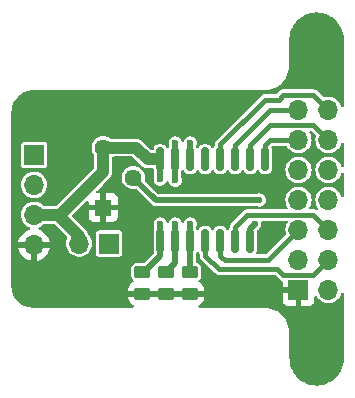
<source format=gbr>
%TF.GenerationSoftware,KiCad,Pcbnew,8.0.6+1*%
%TF.CreationDate,2024-12-08T19:19:34+01:00*%
%TF.ProjectId,8x2 backpack,38783220-6261-4636-9b70-61636b2e6b69,rev?*%
%TF.SameCoordinates,Original*%
%TF.FileFunction,Copper,L1,Top*%
%TF.FilePolarity,Positive*%
%FSLAX46Y46*%
G04 Gerber Fmt 4.6, Leading zero omitted, Abs format (unit mm)*
G04 Created by KiCad (PCBNEW 8.0.6+1) date 2024-12-08 19:19:34*
%MOMM*%
%LPD*%
G01*
G04 APERTURE LIST*
G04 Aperture macros list*
%AMRoundRect*
0 Rectangle with rounded corners*
0 $1 Rounding radius*
0 $2 $3 $4 $5 $6 $7 $8 $9 X,Y pos of 4 corners*
0 Add a 4 corners polygon primitive as box body*
4,1,4,$2,$3,$4,$5,$6,$7,$8,$9,$2,$3,0*
0 Add four circle primitives for the rounded corners*
1,1,$1+$1,$2,$3*
1,1,$1+$1,$4,$5*
1,1,$1+$1,$6,$7*
1,1,$1+$1,$8,$9*
0 Add four rect primitives between the rounded corners*
20,1,$1+$1,$2,$3,$4,$5,0*
20,1,$1+$1,$4,$5,$6,$7,0*
20,1,$1+$1,$6,$7,$8,$9,0*
20,1,$1+$1,$8,$9,$2,$3,0*%
G04 Aperture macros list end*
%TA.AperFunction,ComponentPad*%
%ADD10R,1.700000X1.700000*%
%TD*%
%TA.AperFunction,ComponentPad*%
%ADD11O,1.700000X1.700000*%
%TD*%
%TA.AperFunction,ComponentPad*%
%ADD12O,4.500000X4.500000*%
%TD*%
%TA.AperFunction,SMDPad,CuDef*%
%ADD13RoundRect,0.250000X0.450000X-0.262500X0.450000X0.262500X-0.450000X0.262500X-0.450000X-0.262500X0*%
%TD*%
%TA.AperFunction,ComponentPad*%
%ADD14R,1.440000X1.440000*%
%TD*%
%TA.AperFunction,ComponentPad*%
%ADD15C,1.440000*%
%TD*%
%TA.AperFunction,SMDPad,CuDef*%
%ADD16RoundRect,0.150000X0.150000X-0.837500X0.150000X0.837500X-0.150000X0.837500X-0.150000X-0.837500X0*%
%TD*%
%TA.AperFunction,ViaPad*%
%ADD17C,0.600000*%
%TD*%
%TA.AperFunction,Conductor*%
%ADD18C,0.500000*%
%TD*%
%TA.AperFunction,Conductor*%
%ADD19C,1.000000*%
%TD*%
%TA.AperFunction,Conductor*%
%ADD20C,0.440000*%
%TD*%
%TA.AperFunction,Conductor*%
%ADD21C,0.350000*%
%TD*%
G04 APERTURE END LIST*
D10*
%TO.P,J3,1,Pin_1*%
%TO.N,Net-(J3-Pin_1)*%
X42608500Y-53086000D03*
D11*
%TO.P,J3,2,Pin_2*%
%TO.N,+5V*%
X40068500Y-53086000D03*
%TD*%
D12*
%TO.P,,2,Pin_2*%
%TO.N,GND*%
X60134500Y-62774000D03*
%TD*%
%TO.P,,2,Pin_2*%
%TO.N,GND*%
X60174500Y-35814000D03*
%TD*%
D13*
%TO.P,A1,1*%
%TO.N,GND*%
X47434500Y-57324000D03*
%TO.P,A1,2*%
%TO.N,Net-(U1-A1)*%
X47434500Y-55499000D03*
%TD*%
D14*
%TO.P,RV1,1,1*%
%TO.N,GND*%
X42100500Y-50038000D03*
D15*
%TO.P,RV1,2,2*%
%TO.N,LCD_3(VO)*%
X44640500Y-47498000D03*
%TO.P,RV1,3,3*%
%TO.N,+5V*%
X42100500Y-44958000D03*
%TD*%
D13*
%TO.P,A0,1*%
%TO.N,GND*%
X45402500Y-57324000D03*
%TO.P,A0,2*%
%TO.N,Net-(U1-A0)*%
X45402500Y-55499000D03*
%TD*%
D10*
%TO.P,J2,1,Pin_1*%
%TO.N,SCL*%
X36258500Y-45584000D03*
D11*
%TO.P,J2,2,Pin_2*%
%TO.N,SDA*%
X36258500Y-48124000D03*
%TO.P,J2,3,Pin_3*%
%TO.N,+5V*%
X36258500Y-50664000D03*
%TO.P,J2,4,Pin_4*%
%TO.N,GND*%
X36258500Y-53204000D03*
%TD*%
D13*
%TO.P,A2,1*%
%TO.N,GND*%
X49466500Y-57324000D03*
%TO.P,A2,2*%
%TO.N,Net-(U1-A2)*%
X49466500Y-55499000D03*
%TD*%
D16*
%TO.P,U1,1,A0*%
%TO.N,Net-(U1-A0)*%
X46926500Y-52856500D03*
%TO.P,U1,2,A1*%
%TO.N,Net-(U1-A1)*%
X48196500Y-52856500D03*
%TO.P,U1,3,A2*%
%TO.N,Net-(U1-A2)*%
X49466500Y-52856500D03*
%TO.P,U1,4,P0*%
%TO.N,LCD_4(RS)*%
X50736500Y-52856500D03*
%TO.P,U1,5,P1*%
%TO.N,LCD_5(RW)*%
X52006500Y-52856500D03*
%TO.P,U1,6,P2*%
%TO.N,LCD_6(CS)*%
X53276500Y-52856500D03*
%TO.P,U1,7,P3*%
%TO.N,Net-(Q1-B)*%
X54546500Y-52856500D03*
%TO.P,U1,8,VSS*%
%TO.N,GND*%
X55816500Y-52856500D03*
%TO.P,U1,9,P4*%
%TO.N,LCD_11(DB4)*%
X55816500Y-45931500D03*
%TO.P,U1,10,P5*%
%TO.N,LCD_12(DB5)*%
X54546500Y-45931500D03*
%TO.P,U1,11,P6*%
%TO.N,LCD_13(DB6)*%
X53276500Y-45931500D03*
%TO.P,U1,12,P7*%
%TO.N,LCD_14(D7)*%
X52006500Y-45931500D03*
%TO.P,U1,13,~{INT}*%
%TO.N,unconnected-(U1-~{INT}-Pad13)*%
X50736500Y-45931500D03*
%TO.P,U1,14,SCL*%
%TO.N,SCL*%
X49466500Y-45931500D03*
%TO.P,U1,15,SDA*%
%TO.N,SDA*%
X48196500Y-45931500D03*
%TO.P,U1,16,VDD*%
%TO.N,+5V*%
X46926500Y-45931500D03*
%TD*%
D10*
%TO.P,J1,1,Pin_1*%
%TO.N,GND*%
X58634500Y-57014000D03*
D11*
%TO.P,J1,2,Pin_2*%
%TO.N,+5V*%
X61174500Y-57014000D03*
%TO.P,J1,3,Pin_3*%
%TO.N,LCD_3(VO)*%
X58634500Y-54474000D03*
%TO.P,J1,4,Pin_4*%
%TO.N,LCD_4(RS)*%
X61174500Y-54474000D03*
%TO.P,J1,5,Pin_5*%
%TO.N,LCD_5(RW)*%
X58634500Y-51934000D03*
%TO.P,J1,6,Pin_6*%
%TO.N,LCD_6(CS)*%
X61174500Y-51934000D03*
%TO.P,J1,7,Pin_7*%
%TO.N,unconnected-(J1-Pin_7-Pad7)*%
X58634500Y-49394000D03*
%TO.P,J1,8,Pin_8*%
%TO.N,unconnected-(J1-Pin_8-Pad8)*%
X61174500Y-49394000D03*
%TO.P,J1,9,Pin_9*%
%TO.N,unconnected-(J1-Pin_9-Pad9)*%
X58634500Y-46854000D03*
%TO.P,J1,10,Pin_10*%
%TO.N,unconnected-(J1-Pin_10-Pad10)*%
X61174500Y-46854000D03*
%TO.P,J1,11,Pin_11*%
%TO.N,LCD_11(DB4)*%
X58634500Y-44314000D03*
%TO.P,J1,12,Pin_12*%
%TO.N,LCD_12(DB5)*%
X61174500Y-44314000D03*
%TO.P,J1,13,Pin_13*%
%TO.N,LCD_13(DB6)*%
X58634500Y-41774000D03*
%TO.P,J1,14,Pin_14*%
%TO.N,LCD_14(D7)*%
X61174500Y-41774000D03*
%TD*%
D17*
%TO.N,GND*%
X55816500Y-51435000D03*
X58610500Y-39116000D03*
X53784500Y-58166000D03*
X44386500Y-50292000D03*
X40322500Y-57912000D03*
X62166500Y-59690000D03*
X55562500Y-48006000D03*
X53276500Y-40894000D03*
X44569887Y-54590737D03*
X36500000Y-41500000D03*
%TO.N,+5V*%
X46926500Y-47625000D03*
%TO.N,LCD_3(VO)*%
X55308500Y-49403000D03*
%TO.N,SCL*%
X49466500Y-44577000D03*
%TO.N,SDA*%
X48196500Y-47730462D03*
X48196500Y-44577000D03*
%TO.N,Net-(Q1-B)*%
X54927500Y-51435000D03*
%TO.N,Net-(U1-A0)*%
X46926500Y-51435000D03*
%TO.N,Net-(U1-A1)*%
X48196500Y-51435000D03*
%TO.N,Net-(U1-A2)*%
X49466500Y-51435000D03*
%TD*%
D18*
%TO.N,GND*%
X55816500Y-52856500D02*
X55816500Y-51435000D01*
D19*
%TO.N,+5V*%
X44894500Y-44958000D02*
X42100500Y-44958000D01*
X36258500Y-50664000D02*
X37646500Y-50664000D01*
X42100500Y-46990000D02*
X38426500Y-50664000D01*
X46672500Y-45931500D02*
X45868000Y-45931500D01*
X42100500Y-44958000D02*
X42100500Y-46990000D01*
X45868000Y-45931500D02*
X44894500Y-44958000D01*
D18*
X46926500Y-47625000D02*
X46926500Y-45931500D01*
D19*
X40068500Y-52451000D02*
X40068500Y-53086000D01*
X38281500Y-50664000D02*
X40068500Y-52451000D01*
X37646500Y-50664000D02*
X38281500Y-50664000D01*
X38426500Y-50664000D02*
X37646500Y-50664000D01*
D18*
%TO.N,LCD_3(VO)*%
X55308500Y-49403000D02*
X46545500Y-49403000D01*
X46545500Y-49403000D02*
X44640500Y-47498000D01*
D20*
%TO.N,LCD_4(RS)*%
X50736500Y-52856500D02*
X50736500Y-54102000D01*
X59904500Y-55744000D02*
X61174500Y-54474000D01*
X50736500Y-54102000D02*
X51879500Y-55245000D01*
X57331500Y-55744000D02*
X59904500Y-55744000D01*
X56832500Y-55245000D02*
X57331500Y-55744000D01*
X51879500Y-55245000D02*
X56832500Y-55245000D01*
%TO.N,LCD_5(RW)*%
X56085500Y-54483000D02*
X58634500Y-51934000D01*
X52387500Y-54483000D02*
X56085500Y-54483000D01*
X52006500Y-54102000D02*
X52387500Y-54483000D01*
D21*
X58126500Y-51934000D02*
X58634500Y-51934000D01*
D20*
X52006500Y-52856500D02*
X52006500Y-54102000D01*
%TO.N,LCD_6(CS)*%
X59904500Y-50664000D02*
X61174500Y-51934000D01*
X53276500Y-51689000D02*
X54301500Y-50664000D01*
X54301500Y-50664000D02*
X59904500Y-50664000D01*
X53276500Y-52856500D02*
X53276500Y-51689000D01*
%TO.N,LCD_11(DB4)*%
X56206500Y-44314000D02*
X58634500Y-44314000D01*
X55816500Y-45931500D02*
X55816500Y-44704000D01*
X55816500Y-44704000D02*
X56206500Y-44314000D01*
%TO.N,LCD_12(DB5)*%
X54546500Y-45931500D02*
X54546500Y-44704000D01*
X54546500Y-44704000D02*
X56206500Y-43044000D01*
X59904500Y-43044000D02*
X61174500Y-44314000D01*
X56206500Y-43044000D02*
X59904500Y-43044000D01*
D21*
X61174500Y-44060000D02*
X61174500Y-44314000D01*
D20*
%TO.N,LCD_13(DB6)*%
X56206500Y-41774000D02*
X58634500Y-41774000D01*
X53276500Y-44704000D02*
X56206500Y-41774000D01*
X53276500Y-45931500D02*
X53276500Y-44704000D01*
%TO.N,LCD_14(D7)*%
X57349500Y-40504000D02*
X56959500Y-40894000D01*
X59904500Y-40504000D02*
X57349500Y-40504000D01*
X55809500Y-40894000D02*
X52006500Y-44697000D01*
X56959500Y-40894000D02*
X55809500Y-40894000D01*
X61174500Y-41774000D02*
X59904500Y-40504000D01*
X52006500Y-44697000D02*
X52006500Y-45931500D01*
D18*
%TO.N,SCL*%
X49466500Y-45931500D02*
X49466500Y-44577000D01*
%TO.N,SDA*%
X48196500Y-45931500D02*
X48196500Y-44577000D01*
X48196500Y-47730462D02*
X48196500Y-45931500D01*
%TO.N,Net-(Q1-B)*%
X54927500Y-51435000D02*
X54546500Y-51816000D01*
X54546500Y-51816000D02*
X54546500Y-52856500D01*
%TO.N,Net-(U1-A0)*%
X45529500Y-55499000D02*
X45402500Y-55499000D01*
X46926500Y-52856500D02*
X46926500Y-54102000D01*
X46926500Y-52856500D02*
X46926500Y-51435000D01*
X46926500Y-54102000D02*
X45529500Y-55499000D01*
%TO.N,Net-(U1-A1)*%
X48196500Y-54737000D02*
X47434500Y-55499000D01*
X48196500Y-52856500D02*
X48196500Y-54737000D01*
X48196500Y-52856500D02*
X48196500Y-51435000D01*
%TO.N,Net-(U1-A2)*%
X49466500Y-52856500D02*
X49466500Y-51435000D01*
X49466500Y-52856500D02*
X49466500Y-55499000D01*
%TD*%
%TA.AperFunction,Conductor*%
%TO.N,GND*%
G36*
X60444190Y-33530813D02*
G01*
X60459051Y-33532617D01*
X60717438Y-33579968D01*
X60731963Y-33583549D01*
X60982751Y-33661698D01*
X60996742Y-33667003D01*
X61236298Y-33774818D01*
X61249544Y-33781771D01*
X61474352Y-33917672D01*
X61486663Y-33926170D01*
X61693449Y-34088176D01*
X61704657Y-34098106D01*
X61890393Y-34283842D01*
X61900323Y-34295050D01*
X62062325Y-34501830D01*
X62070829Y-34514150D01*
X62102330Y-34566259D01*
X62206725Y-34738949D01*
X62213684Y-34752208D01*
X62321494Y-34991752D01*
X62326803Y-35005753D01*
X62404948Y-35256529D01*
X62408532Y-35271068D01*
X62455881Y-35529447D01*
X62457686Y-35544311D01*
X62473774Y-35810263D01*
X62474000Y-35817750D01*
X62474000Y-41416354D01*
X62454315Y-41483393D01*
X62401511Y-41529148D01*
X62332353Y-41539092D01*
X62268797Y-41510067D01*
X62231023Y-41451289D01*
X62230734Y-41450288D01*
X62208830Y-41373303D01*
X62208827Y-41373297D01*
X62151489Y-41258148D01*
X62117588Y-41190065D01*
X61994232Y-41026715D01*
X61994230Y-41026712D01*
X61842962Y-40888814D01*
X61842960Y-40888812D01*
X61668930Y-40781057D01*
X61668924Y-40781054D01*
X61518493Y-40722777D01*
X61478056Y-40707112D01*
X61276847Y-40669500D01*
X61072153Y-40669500D01*
X60871447Y-40707018D01*
X60870928Y-40707115D01*
X60869165Y-40707617D01*
X60868286Y-40707609D01*
X60865309Y-40708166D01*
X60865200Y-40707583D01*
X60799298Y-40707018D01*
X60747570Y-40676026D01*
X60195851Y-40124307D01*
X60195846Y-40124303D01*
X60087652Y-40061838D01*
X60087651Y-40061837D01*
X60047423Y-40051058D01*
X59966969Y-40029500D01*
X57411968Y-40029500D01*
X57287031Y-40029500D01*
X57226690Y-40045668D01*
X57166348Y-40061837D01*
X57166347Y-40061838D01*
X57058153Y-40124303D01*
X57058148Y-40124307D01*
X56799275Y-40383181D01*
X56737952Y-40416666D01*
X56711594Y-40419500D01*
X55871969Y-40419500D01*
X55747031Y-40419500D01*
X55686690Y-40435668D01*
X55626348Y-40451837D01*
X55626347Y-40451838D01*
X55518153Y-40514303D01*
X55518148Y-40514307D01*
X51626807Y-44405648D01*
X51626803Y-44405653D01*
X51564338Y-44513847D01*
X51564337Y-44513848D01*
X51532000Y-44634532D01*
X51532000Y-44810110D01*
X51518485Y-44866404D01*
X51488488Y-44925278D01*
X51481985Y-44938040D01*
X51434010Y-44988836D01*
X51366189Y-45005631D01*
X51300054Y-44983094D01*
X51261016Y-44938041D01*
X51248212Y-44912912D01*
X51217826Y-44853277D01*
X51217823Y-44853274D01*
X51217821Y-44853271D01*
X51127228Y-44762678D01*
X51127225Y-44762676D01*
X51127223Y-44762674D01*
X51013055Y-44704502D01*
X51013054Y-44704501D01*
X51013051Y-44704500D01*
X51013052Y-44704500D01*
X50918339Y-44689500D01*
X50918334Y-44689500D01*
X50554666Y-44689500D01*
X50554661Y-44689500D01*
X50459947Y-44704500D01*
X50383833Y-44743283D01*
X50345777Y-44762674D01*
X50345776Y-44762675D01*
X50345771Y-44762678D01*
X50255178Y-44853271D01*
X50255173Y-44853278D01*
X50211984Y-44938041D01*
X50164010Y-44988836D01*
X50096189Y-45005631D01*
X50030054Y-44983093D01*
X49991013Y-44938036D01*
X49984513Y-44925278D01*
X49971000Y-44868987D01*
X49971000Y-44832673D01*
X49980439Y-44785220D01*
X49988000Y-44766966D01*
X50006728Y-44721754D01*
X50022266Y-44603731D01*
X50025785Y-44577001D01*
X50025785Y-44576998D01*
X50008231Y-44443660D01*
X50006728Y-44432246D01*
X49950855Y-44297358D01*
X49861974Y-44181526D01*
X49746143Y-44092645D01*
X49746140Y-44092644D01*
X49746138Y-44092642D01*
X49611257Y-44036773D01*
X49611252Y-44036771D01*
X49466501Y-44017715D01*
X49466499Y-44017715D01*
X49321747Y-44036771D01*
X49321745Y-44036772D01*
X49186861Y-44092643D01*
X49186858Y-44092644D01*
X49186858Y-44092645D01*
X49071026Y-44181526D01*
X48988275Y-44289370D01*
X48982143Y-44297361D01*
X48946061Y-44384471D01*
X48902220Y-44438874D01*
X48835926Y-44460939D01*
X48768226Y-44443660D01*
X48720616Y-44392522D01*
X48716939Y-44384471D01*
X48680856Y-44297361D01*
X48680855Y-44297358D01*
X48591974Y-44181526D01*
X48476143Y-44092645D01*
X48476140Y-44092644D01*
X48476138Y-44092642D01*
X48341257Y-44036773D01*
X48341252Y-44036771D01*
X48196501Y-44017715D01*
X48196499Y-44017715D01*
X48051747Y-44036771D01*
X48051745Y-44036772D01*
X47916861Y-44092643D01*
X47916858Y-44092644D01*
X47916858Y-44092645D01*
X47801026Y-44181526D01*
X47718275Y-44289370D01*
X47712143Y-44297361D01*
X47656272Y-44432245D01*
X47656271Y-44432247D01*
X47637215Y-44576998D01*
X47637215Y-44577001D01*
X47656271Y-44721752D01*
X47656272Y-44721754D01*
X47673223Y-44762678D01*
X47682561Y-44785220D01*
X47692000Y-44832673D01*
X47692000Y-44868987D01*
X47678483Y-44925285D01*
X47671982Y-44938043D01*
X47624006Y-44988838D01*
X47556185Y-45005631D01*
X47490051Y-44983092D01*
X47451017Y-44938043D01*
X47407826Y-44853277D01*
X47407824Y-44853275D01*
X47407821Y-44853271D01*
X47317228Y-44762678D01*
X47317225Y-44762676D01*
X47317223Y-44762674D01*
X47203055Y-44704502D01*
X47203054Y-44704501D01*
X47203051Y-44704500D01*
X47203052Y-44704500D01*
X47108339Y-44689500D01*
X47108334Y-44689500D01*
X46744666Y-44689500D01*
X46744661Y-44689500D01*
X46649947Y-44704500D01*
X46573833Y-44743283D01*
X46535777Y-44762674D01*
X46535776Y-44762675D01*
X46535771Y-44762678D01*
X46445178Y-44853271D01*
X46445176Y-44853275D01*
X46445174Y-44853277D01*
X46431524Y-44880067D01*
X46387000Y-44967447D01*
X46372001Y-45062152D01*
X46371957Y-45062716D01*
X46371880Y-45062917D01*
X46371237Y-45066978D01*
X46370384Y-45066842D01*
X46347080Y-45128007D01*
X46290853Y-45169484D01*
X46248338Y-45177000D01*
X46231886Y-45177000D01*
X46164847Y-45157315D01*
X46144205Y-45140681D01*
X45375469Y-44371943D01*
X45375468Y-44371942D01*
X45293698Y-44317306D01*
X45251889Y-44289370D01*
X45251886Y-44289368D01*
X45251885Y-44289368D01*
X45160537Y-44251531D01*
X45160535Y-44251530D01*
X45114584Y-44232496D01*
X45114580Y-44232495D01*
X45090394Y-44227684D01*
X44968814Y-44203499D01*
X44968812Y-44203499D01*
X44820188Y-44203499D01*
X44814074Y-44203499D01*
X44814054Y-44203500D01*
X42761621Y-44203500D01*
X42694582Y-44183815D01*
X42682956Y-44175353D01*
X42644524Y-44143812D01*
X42644521Y-44143810D01*
X42475233Y-44053324D01*
X42291533Y-43997599D01*
X42100500Y-43978785D01*
X41909466Y-43997599D01*
X41725766Y-44053324D01*
X41556478Y-44143810D01*
X41556475Y-44143812D01*
X41408089Y-44265589D01*
X41286312Y-44413975D01*
X41286310Y-44413978D01*
X41195824Y-44583266D01*
X41140099Y-44766966D01*
X41121285Y-44958000D01*
X41140099Y-45149033D01*
X41195824Y-45332733D01*
X41286310Y-45502021D01*
X41286312Y-45502024D01*
X41317853Y-45540456D01*
X41345166Y-45604766D01*
X41346000Y-45619121D01*
X41346000Y-46626113D01*
X41326315Y-46693152D01*
X41309681Y-46713794D01*
X38150294Y-49873181D01*
X38088971Y-49906666D01*
X38062613Y-49909500D01*
X37118356Y-49909500D01*
X37051317Y-49889815D01*
X37034818Y-49877137D01*
X36926962Y-49778814D01*
X36926960Y-49778812D01*
X36752930Y-49671057D01*
X36752924Y-49671054D01*
X36563873Y-49597816D01*
X36562056Y-49597112D01*
X36360847Y-49559500D01*
X36156153Y-49559500D01*
X35954944Y-49597112D01*
X35954941Y-49597112D01*
X35954941Y-49597113D01*
X35764075Y-49671054D01*
X35764069Y-49671057D01*
X35590039Y-49778812D01*
X35590037Y-49778814D01*
X35438769Y-49916712D01*
X35315412Y-50080064D01*
X35224173Y-50263295D01*
X35224172Y-50263299D01*
X35174466Y-50438000D01*
X35168154Y-50460183D01*
X35149268Y-50663999D01*
X35149268Y-50664000D01*
X35168154Y-50867816D01*
X35168154Y-50867818D01*
X35168155Y-50867821D01*
X35205788Y-51000086D01*
X35224173Y-51064704D01*
X35315412Y-51247935D01*
X35438769Y-51411287D01*
X35590037Y-51549185D01*
X35590039Y-51549187D01*
X35764069Y-51656942D01*
X35764071Y-51656943D01*
X35764073Y-51656944D01*
X35764076Y-51656945D01*
X35764078Y-51656946D01*
X35840237Y-51686450D01*
X35895639Y-51729023D01*
X35919230Y-51794789D01*
X35903519Y-51862870D01*
X35853496Y-51911649D01*
X35827540Y-51921851D01*
X35795019Y-51930565D01*
X35795007Y-51930570D01*
X35580922Y-52030399D01*
X35580920Y-52030400D01*
X35387426Y-52165886D01*
X35387420Y-52165891D01*
X35220391Y-52332920D01*
X35220386Y-52332926D01*
X35084900Y-52526420D01*
X35084899Y-52526422D01*
X34985070Y-52740507D01*
X34985067Y-52740513D01*
X34927864Y-52953999D01*
X34927864Y-52954000D01*
X35825488Y-52954000D01*
X35792575Y-53011007D01*
X35758500Y-53138174D01*
X35758500Y-53269826D01*
X35792575Y-53396993D01*
X35825488Y-53454000D01*
X34927864Y-53454000D01*
X34985067Y-53667486D01*
X34985070Y-53667492D01*
X35084899Y-53881578D01*
X35220394Y-54075082D01*
X35387417Y-54242105D01*
X35580921Y-54377600D01*
X35795007Y-54477429D01*
X35795016Y-54477433D01*
X36008500Y-54534634D01*
X36008500Y-53637012D01*
X36065507Y-53669925D01*
X36192674Y-53704000D01*
X36324326Y-53704000D01*
X36451493Y-53669925D01*
X36508500Y-53637012D01*
X36508500Y-54534633D01*
X36721983Y-54477433D01*
X36721992Y-54477429D01*
X36936078Y-54377600D01*
X37129582Y-54242105D01*
X37296605Y-54075082D01*
X37432100Y-53881578D01*
X37531929Y-53667492D01*
X37531932Y-53667486D01*
X37589136Y-53454000D01*
X36691512Y-53454000D01*
X36724425Y-53396993D01*
X36758500Y-53269826D01*
X36758500Y-53138174D01*
X36724425Y-53011007D01*
X36691512Y-52954000D01*
X37589136Y-52954000D01*
X37589135Y-52953999D01*
X37531932Y-52740513D01*
X37531929Y-52740507D01*
X37432100Y-52526422D01*
X37432099Y-52526420D01*
X37296613Y-52332926D01*
X37296608Y-52332920D01*
X37129582Y-52165894D01*
X36936078Y-52030399D01*
X36721992Y-51930570D01*
X36721977Y-51930564D01*
X36689460Y-51921851D01*
X36629800Y-51885486D01*
X36599272Y-51822638D01*
X36607567Y-51753263D01*
X36652053Y-51699386D01*
X36676757Y-51686452D01*
X36752927Y-51656944D01*
X36926962Y-51549186D01*
X37030478Y-51454819D01*
X37034818Y-51450863D01*
X37097622Y-51420246D01*
X37118356Y-51418500D01*
X37572188Y-51418500D01*
X37917613Y-51418500D01*
X37984652Y-51438185D01*
X38005294Y-51454819D01*
X38531976Y-51981501D01*
X39038100Y-52487624D01*
X39071585Y-52548947D01*
X39066601Y-52618639D01*
X39061420Y-52630575D01*
X39034174Y-52685294D01*
X39034171Y-52685300D01*
X38978154Y-52882183D01*
X38959268Y-53085999D01*
X38959268Y-53086000D01*
X38978154Y-53289816D01*
X38978154Y-53289818D01*
X38978155Y-53289821D01*
X39033115Y-53482986D01*
X39034173Y-53486704D01*
X39125412Y-53669935D01*
X39248769Y-53833287D01*
X39400037Y-53971185D01*
X39400039Y-53971187D01*
X39574069Y-54078942D01*
X39574075Y-54078945D01*
X39614510Y-54094609D01*
X39764944Y-54152888D01*
X39966153Y-54190500D01*
X39966156Y-54190500D01*
X40170844Y-54190500D01*
X40170847Y-54190500D01*
X40372056Y-54152888D01*
X40562927Y-54078944D01*
X40736962Y-53971186D01*
X40888232Y-53833285D01*
X41011588Y-53669935D01*
X41102828Y-53486701D01*
X41158845Y-53289821D01*
X41177732Y-53086000D01*
X41158845Y-52882179D01*
X41102828Y-52685299D01*
X41011588Y-52502065D01*
X40888232Y-52338715D01*
X40888229Y-52338712D01*
X40888225Y-52338707D01*
X40828401Y-52284170D01*
X40797924Y-52235892D01*
X40796337Y-52236550D01*
X40791697Y-52225350D01*
X40791694Y-52225343D01*
X40791026Y-52223731D01*
X40785723Y-52210928D01*
X41504000Y-52210928D01*
X41504000Y-53961063D01*
X41518766Y-54035301D01*
X41575015Y-54119484D01*
X41608734Y-54142014D01*
X41659199Y-54175734D01*
X41659202Y-54175734D01*
X41659203Y-54175735D01*
X41684166Y-54180700D01*
X41733433Y-54190500D01*
X43483566Y-54190499D01*
X43557801Y-54175734D01*
X43641984Y-54119484D01*
X43698234Y-54035301D01*
X43713000Y-53961067D01*
X43712999Y-52210934D01*
X43698234Y-52136699D01*
X43669443Y-52093611D01*
X43641984Y-52052515D01*
X43591519Y-52018796D01*
X43557801Y-51996266D01*
X43557799Y-51996265D01*
X43557796Y-51996264D01*
X43483569Y-51981500D01*
X41733436Y-51981500D01*
X41659198Y-51996266D01*
X41575015Y-52052515D01*
X41518766Y-52136699D01*
X41518764Y-52136703D01*
X41504000Y-52210928D01*
X40785723Y-52210928D01*
X40752684Y-52131163D01*
X40737130Y-52093611D01*
X40737128Y-52093608D01*
X40737127Y-52093605D01*
X40709672Y-52052517D01*
X40709671Y-52052515D01*
X40654560Y-51970035D01*
X40654554Y-51970028D01*
X40545147Y-51860621D01*
X40545124Y-51860600D01*
X39508704Y-50824180D01*
X39475219Y-50762857D01*
X39480203Y-50693165D01*
X39508700Y-50648823D01*
X40668820Y-49488703D01*
X40730142Y-49455219D01*
X40799834Y-49460203D01*
X40855767Y-49502075D01*
X40880184Y-49567539D01*
X40880500Y-49576385D01*
X40880500Y-49788000D01*
X41784814Y-49788000D01*
X41780420Y-49792394D01*
X41727759Y-49883606D01*
X41700500Y-49985339D01*
X41700500Y-50090661D01*
X41727759Y-50192394D01*
X41780420Y-50283606D01*
X41784814Y-50288000D01*
X40880500Y-50288000D01*
X40880500Y-50805844D01*
X40886901Y-50865372D01*
X40886903Y-50865379D01*
X40937145Y-51000086D01*
X40937149Y-51000093D01*
X41023309Y-51115187D01*
X41023312Y-51115190D01*
X41138406Y-51201350D01*
X41138413Y-51201354D01*
X41273120Y-51251596D01*
X41273127Y-51251598D01*
X41332655Y-51257999D01*
X41332672Y-51258000D01*
X41850500Y-51258000D01*
X41850500Y-50353686D01*
X41854894Y-50358080D01*
X41946106Y-50410741D01*
X42047839Y-50438000D01*
X42153161Y-50438000D01*
X42254894Y-50410741D01*
X42346106Y-50358080D01*
X42350500Y-50353686D01*
X42350500Y-51258000D01*
X42868328Y-51258000D01*
X42868344Y-51257999D01*
X42927872Y-51251598D01*
X42927879Y-51251596D01*
X43062586Y-51201354D01*
X43062593Y-51201350D01*
X43177687Y-51115190D01*
X43177690Y-51115187D01*
X43263850Y-51000093D01*
X43263854Y-51000086D01*
X43314096Y-50865379D01*
X43314098Y-50865372D01*
X43320499Y-50805844D01*
X43320500Y-50805827D01*
X43320500Y-50288000D01*
X42416186Y-50288000D01*
X42420580Y-50283606D01*
X42473241Y-50192394D01*
X42500500Y-50090661D01*
X42500500Y-49985339D01*
X42473241Y-49883606D01*
X42420580Y-49792394D01*
X42416186Y-49788000D01*
X43320500Y-49788000D01*
X43320500Y-49270172D01*
X43320499Y-49270155D01*
X43314098Y-49210627D01*
X43314096Y-49210620D01*
X43263854Y-49075913D01*
X43263850Y-49075906D01*
X43177690Y-48960812D01*
X43177687Y-48960809D01*
X43062593Y-48874649D01*
X43062586Y-48874645D01*
X42927879Y-48824403D01*
X42927872Y-48824401D01*
X42868344Y-48818000D01*
X42350500Y-48818000D01*
X42350500Y-49722314D01*
X42346106Y-49717920D01*
X42254894Y-49665259D01*
X42153161Y-49638000D01*
X42047839Y-49638000D01*
X41946106Y-49665259D01*
X41854894Y-49717920D01*
X41850500Y-49722314D01*
X41850500Y-48818000D01*
X41638885Y-48818000D01*
X41571846Y-48798315D01*
X41526091Y-48745511D01*
X41516147Y-48676353D01*
X41545172Y-48612797D01*
X41551204Y-48606319D01*
X42048169Y-48109354D01*
X42581463Y-47576060D01*
X42581466Y-47576059D01*
X42686559Y-47470966D01*
X42769129Y-47347390D01*
X42769130Y-47347389D01*
X42769133Y-47347385D01*
X42826003Y-47210083D01*
X42826005Y-47210079D01*
X42843274Y-47123266D01*
X42855001Y-47064314D01*
X42855001Y-46910578D01*
X42855000Y-46910552D01*
X42855000Y-45836500D01*
X42874685Y-45769461D01*
X42927489Y-45723706D01*
X42979000Y-45712500D01*
X44530613Y-45712500D01*
X44597652Y-45732185D01*
X44618294Y-45748819D01*
X45277600Y-46408124D01*
X45277621Y-46408147D01*
X45387031Y-46517557D01*
X45417029Y-46537601D01*
X45417028Y-46537601D01*
X45510600Y-46600123D01*
X45510604Y-46600125D01*
X45510611Y-46600130D01*
X45552508Y-46617484D01*
X45647920Y-46657005D01*
X45647922Y-46657005D01*
X45647924Y-46657006D01*
X45672104Y-46661815D01*
X45672110Y-46661816D01*
X45793686Y-46686001D01*
X45793688Y-46686001D01*
X45948426Y-46686001D01*
X45948446Y-46686000D01*
X46248338Y-46686000D01*
X46315377Y-46705685D01*
X46361132Y-46758489D01*
X46370868Y-46796080D01*
X46371237Y-46796022D01*
X46371841Y-46799837D01*
X46371957Y-46800284D01*
X46372001Y-46800847D01*
X46387000Y-46895551D01*
X46387001Y-46895554D01*
X46387002Y-46895555D01*
X46408484Y-46937716D01*
X46422000Y-46994010D01*
X46422000Y-47369325D01*
X46412561Y-47416777D01*
X46386273Y-47480242D01*
X46386271Y-47480247D01*
X46367215Y-47624998D01*
X46367215Y-47625001D01*
X46386271Y-47769752D01*
X46386273Y-47769757D01*
X46442142Y-47904638D01*
X46442145Y-47904644D01*
X46531025Y-48020473D01*
X46531026Y-48020474D01*
X46646855Y-48109354D01*
X46646861Y-48109357D01*
X46686887Y-48125936D01*
X46781746Y-48165228D01*
X46854123Y-48174756D01*
X46926499Y-48184285D01*
X46926500Y-48184285D01*
X46926501Y-48184285D01*
X46974751Y-48177932D01*
X47071254Y-48165228D01*
X47206143Y-48109355D01*
X47321974Y-48020474D01*
X47410855Y-47904643D01*
X47425097Y-47870259D01*
X47468937Y-47815857D01*
X47535231Y-47793791D01*
X47602930Y-47811069D01*
X47650541Y-47862206D01*
X47654219Y-47870260D01*
X47712142Y-48010100D01*
X47712145Y-48010106D01*
X47801025Y-48125935D01*
X47801026Y-48125936D01*
X47916855Y-48214816D01*
X47916861Y-48214819D01*
X47984301Y-48242753D01*
X48051746Y-48270690D01*
X48124123Y-48280218D01*
X48196499Y-48289747D01*
X48196500Y-48289747D01*
X48196501Y-48289747D01*
X48244751Y-48283394D01*
X48341254Y-48270690D01*
X48476143Y-48214817D01*
X48591974Y-48125936D01*
X48680855Y-48010105D01*
X48736728Y-47875216D01*
X48754636Y-47739187D01*
X48755785Y-47730463D01*
X48755785Y-47730460D01*
X48736728Y-47585709D01*
X48736726Y-47585704D01*
X48732731Y-47576060D01*
X48717822Y-47540064D01*
X48710439Y-47522239D01*
X48701000Y-47474787D01*
X48701000Y-46994010D01*
X48714512Y-46937722D01*
X48721015Y-46924959D01*
X48768985Y-46874165D01*
X48836806Y-46857368D01*
X48902941Y-46879903D01*
X48941983Y-46924958D01*
X48985173Y-47009721D01*
X48985178Y-47009728D01*
X49075771Y-47100321D01*
X49075773Y-47100322D01*
X49075777Y-47100326D01*
X49189945Y-47158498D01*
X49189946Y-47158498D01*
X49189948Y-47158499D01*
X49189947Y-47158499D01*
X49284661Y-47173500D01*
X49284666Y-47173500D01*
X49648339Y-47173500D01*
X49743052Y-47158499D01*
X49743053Y-47158498D01*
X49743055Y-47158498D01*
X49857223Y-47100326D01*
X49947826Y-47009723D01*
X49991016Y-46924957D01*
X50038990Y-46874163D01*
X50106811Y-46857368D01*
X50172946Y-46879906D01*
X50211983Y-46924956D01*
X50255174Y-47009723D01*
X50255176Y-47009725D01*
X50255178Y-47009728D01*
X50345771Y-47100321D01*
X50345773Y-47100322D01*
X50345777Y-47100326D01*
X50459945Y-47158498D01*
X50459946Y-47158498D01*
X50459948Y-47158499D01*
X50459947Y-47158499D01*
X50554661Y-47173500D01*
X50554666Y-47173500D01*
X50918339Y-47173500D01*
X51013052Y-47158499D01*
X51013053Y-47158498D01*
X51013055Y-47158498D01*
X51127223Y-47100326D01*
X51217826Y-47009723D01*
X51261016Y-46924957D01*
X51308990Y-46874163D01*
X51376811Y-46857368D01*
X51442946Y-46879906D01*
X51481983Y-46924956D01*
X51525174Y-47009723D01*
X51525176Y-47009725D01*
X51525178Y-47009728D01*
X51615771Y-47100321D01*
X51615773Y-47100322D01*
X51615777Y-47100326D01*
X51729945Y-47158498D01*
X51729946Y-47158498D01*
X51729948Y-47158499D01*
X51729947Y-47158499D01*
X51824661Y-47173500D01*
X51824666Y-47173500D01*
X52188339Y-47173500D01*
X52283052Y-47158499D01*
X52283053Y-47158498D01*
X52283055Y-47158498D01*
X52397223Y-47100326D01*
X52487826Y-47009723D01*
X52531016Y-46924957D01*
X52578990Y-46874163D01*
X52646811Y-46857368D01*
X52712946Y-46879906D01*
X52751983Y-46924956D01*
X52795174Y-47009723D01*
X52795176Y-47009725D01*
X52795178Y-47009728D01*
X52885771Y-47100321D01*
X52885773Y-47100322D01*
X52885777Y-47100326D01*
X52999945Y-47158498D01*
X52999946Y-47158498D01*
X52999948Y-47158499D01*
X52999947Y-47158499D01*
X53094661Y-47173500D01*
X53094666Y-47173500D01*
X53458339Y-47173500D01*
X53553052Y-47158499D01*
X53553053Y-47158498D01*
X53553055Y-47158498D01*
X53667223Y-47100326D01*
X53757826Y-47009723D01*
X53801016Y-46924957D01*
X53848990Y-46874163D01*
X53916811Y-46857368D01*
X53982946Y-46879906D01*
X54021983Y-46924956D01*
X54065174Y-47009723D01*
X54065176Y-47009725D01*
X54065178Y-47009728D01*
X54155771Y-47100321D01*
X54155773Y-47100322D01*
X54155777Y-47100326D01*
X54269945Y-47158498D01*
X54269946Y-47158498D01*
X54269948Y-47158499D01*
X54269947Y-47158499D01*
X54364661Y-47173500D01*
X54364666Y-47173500D01*
X54728339Y-47173500D01*
X54823052Y-47158499D01*
X54823053Y-47158498D01*
X54823055Y-47158498D01*
X54937223Y-47100326D01*
X55027826Y-47009723D01*
X55071016Y-46924957D01*
X55118990Y-46874163D01*
X55186811Y-46857368D01*
X55252946Y-46879906D01*
X55291983Y-46924956D01*
X55335174Y-47009723D01*
X55335176Y-47009725D01*
X55335178Y-47009728D01*
X55425771Y-47100321D01*
X55425773Y-47100322D01*
X55425777Y-47100326D01*
X55539945Y-47158498D01*
X55539946Y-47158498D01*
X55539948Y-47158499D01*
X55539947Y-47158499D01*
X55634661Y-47173500D01*
X55634666Y-47173500D01*
X55998339Y-47173500D01*
X56093052Y-47158499D01*
X56093053Y-47158498D01*
X56093055Y-47158498D01*
X56207223Y-47100326D01*
X56297826Y-47009723D01*
X56355998Y-46895555D01*
X56355998Y-46895553D01*
X56355999Y-46895552D01*
X56362580Y-46853999D01*
X57525268Y-46853999D01*
X57525268Y-46854000D01*
X57544154Y-47057816D01*
X57544154Y-47057818D01*
X57544155Y-47057821D01*
X57578267Y-47177711D01*
X57600173Y-47254704D01*
X57691412Y-47437935D01*
X57814769Y-47601287D01*
X57911025Y-47689035D01*
X57958066Y-47731919D01*
X57966037Y-47739185D01*
X57966039Y-47739187D01*
X58140069Y-47846942D01*
X58140075Y-47846945D01*
X58179469Y-47862206D01*
X58330944Y-47920888D01*
X58532153Y-47958500D01*
X58532156Y-47958500D01*
X58736844Y-47958500D01*
X58736847Y-47958500D01*
X58938056Y-47920888D01*
X59128927Y-47846944D01*
X59302962Y-47739186D01*
X59454232Y-47601285D01*
X59577588Y-47437935D01*
X59668828Y-47254701D01*
X59724845Y-47057821D01*
X59743732Y-46854000D01*
X59724845Y-46650179D01*
X59668828Y-46453299D01*
X59577588Y-46270065D01*
X59454232Y-46106715D01*
X59454230Y-46106712D01*
X59302962Y-45968814D01*
X59302960Y-45968812D01*
X59128930Y-45861057D01*
X59128924Y-45861054D01*
X58978493Y-45802777D01*
X58938056Y-45787112D01*
X58736847Y-45749500D01*
X58532153Y-45749500D01*
X58330944Y-45787112D01*
X58330941Y-45787112D01*
X58330941Y-45787113D01*
X58140075Y-45861054D01*
X58140069Y-45861057D01*
X57966039Y-45968812D01*
X57966037Y-45968814D01*
X57814769Y-46106712D01*
X57691412Y-46270064D01*
X57600173Y-46453295D01*
X57581540Y-46518785D01*
X57553458Y-46617484D01*
X57544154Y-46650183D01*
X57525268Y-46853999D01*
X56362580Y-46853999D01*
X56371000Y-46800839D01*
X56371000Y-45062160D01*
X56355999Y-44967447D01*
X56352983Y-44958166D01*
X56354591Y-44957643D01*
X56343788Y-44900133D01*
X56370061Y-44835391D01*
X56427165Y-44795130D01*
X56467170Y-44788500D01*
X57560143Y-44788500D01*
X57627182Y-44808185D01*
X57671142Y-44857228D01*
X57675712Y-44866405D01*
X57691412Y-44897936D01*
X57814769Y-45061287D01*
X57966037Y-45199185D01*
X57966039Y-45199187D01*
X58140069Y-45306942D01*
X58140075Y-45306945D01*
X58180510Y-45322609D01*
X58330944Y-45380888D01*
X58532153Y-45418500D01*
X58532156Y-45418500D01*
X58736844Y-45418500D01*
X58736847Y-45418500D01*
X58938056Y-45380888D01*
X59128927Y-45306944D01*
X59302962Y-45199186D01*
X59454232Y-45061285D01*
X59577588Y-44897935D01*
X59668828Y-44714701D01*
X59724845Y-44517821D01*
X59743732Y-44314000D01*
X59741449Y-44289368D01*
X59735734Y-44227685D01*
X59724845Y-44110179D01*
X59668828Y-43913299D01*
X59577588Y-43730065D01*
X59577587Y-43730064D01*
X59577291Y-43729469D01*
X59565030Y-43660684D01*
X59591903Y-43596189D01*
X59649378Y-43556461D01*
X59719209Y-43554113D01*
X59775972Y-43586516D01*
X60080357Y-43890901D01*
X60113842Y-43952224D01*
X60111942Y-44012516D01*
X60084155Y-44110176D01*
X60084154Y-44110179D01*
X60065268Y-44313999D01*
X60065268Y-44314000D01*
X60084154Y-44517816D01*
X60084154Y-44517818D01*
X60084155Y-44517821D01*
X60138531Y-44708933D01*
X60140173Y-44714704D01*
X60231412Y-44897935D01*
X60354769Y-45061287D01*
X60506037Y-45199185D01*
X60506039Y-45199187D01*
X60680069Y-45306942D01*
X60680075Y-45306945D01*
X60720510Y-45322609D01*
X60870944Y-45380888D01*
X61072153Y-45418500D01*
X61072156Y-45418500D01*
X61276844Y-45418500D01*
X61276847Y-45418500D01*
X61478056Y-45380888D01*
X61668927Y-45306944D01*
X61842962Y-45199186D01*
X61994232Y-45061285D01*
X62117588Y-44897935D01*
X62208828Y-44714701D01*
X62230733Y-44637709D01*
X62268013Y-44578618D01*
X62331322Y-44549060D01*
X62400562Y-44558422D01*
X62453748Y-44603731D01*
X62473996Y-44670603D01*
X62474000Y-44671645D01*
X62474000Y-46496354D01*
X62454315Y-46563393D01*
X62401511Y-46609148D01*
X62332353Y-46619092D01*
X62268797Y-46590067D01*
X62231023Y-46531289D01*
X62230734Y-46530288D01*
X62208830Y-46453303D01*
X62208827Y-46453297D01*
X62208826Y-46453295D01*
X62117588Y-46270065D01*
X61994232Y-46106715D01*
X61994230Y-46106712D01*
X61842962Y-45968814D01*
X61842960Y-45968812D01*
X61668930Y-45861057D01*
X61668924Y-45861054D01*
X61518493Y-45802777D01*
X61478056Y-45787112D01*
X61276847Y-45749500D01*
X61072153Y-45749500D01*
X60870944Y-45787112D01*
X60870941Y-45787112D01*
X60870941Y-45787113D01*
X60680075Y-45861054D01*
X60680069Y-45861057D01*
X60506039Y-45968812D01*
X60506037Y-45968814D01*
X60354769Y-46106712D01*
X60231412Y-46270064D01*
X60140173Y-46453295D01*
X60121540Y-46518785D01*
X60093458Y-46617484D01*
X60084154Y-46650183D01*
X60065268Y-46853999D01*
X60065268Y-46854000D01*
X60084154Y-47057816D01*
X60084154Y-47057818D01*
X60084155Y-47057821D01*
X60118267Y-47177711D01*
X60140173Y-47254704D01*
X60231412Y-47437935D01*
X60354769Y-47601287D01*
X60451025Y-47689035D01*
X60498066Y-47731919D01*
X60506037Y-47739185D01*
X60506039Y-47739187D01*
X60680069Y-47846942D01*
X60680075Y-47846945D01*
X60719469Y-47862206D01*
X60870944Y-47920888D01*
X61072153Y-47958500D01*
X61072156Y-47958500D01*
X61276844Y-47958500D01*
X61276847Y-47958500D01*
X61478056Y-47920888D01*
X61668927Y-47846944D01*
X61842962Y-47739186D01*
X61994232Y-47601285D01*
X62117588Y-47437935D01*
X62208828Y-47254701D01*
X62230733Y-47177709D01*
X62268013Y-47118618D01*
X62331322Y-47089060D01*
X62400562Y-47098422D01*
X62453748Y-47143731D01*
X62473996Y-47210603D01*
X62474000Y-47211645D01*
X62474000Y-49036354D01*
X62454315Y-49103393D01*
X62401511Y-49149148D01*
X62332353Y-49159092D01*
X62268797Y-49130067D01*
X62231023Y-49071289D01*
X62230734Y-49070288D01*
X62208830Y-48993303D01*
X62208827Y-48993297D01*
X62192650Y-48960809D01*
X62117588Y-48810065D01*
X61994232Y-48646715D01*
X61994230Y-48646712D01*
X61842962Y-48508814D01*
X61842960Y-48508812D01*
X61668930Y-48401057D01*
X61668924Y-48401054D01*
X61479873Y-48327816D01*
X61478056Y-48327112D01*
X61276847Y-48289500D01*
X61072153Y-48289500D01*
X60870944Y-48327112D01*
X60870941Y-48327112D01*
X60870941Y-48327113D01*
X60680075Y-48401054D01*
X60680069Y-48401057D01*
X60506039Y-48508812D01*
X60506037Y-48508814D01*
X60354769Y-48646712D01*
X60231412Y-48810064D01*
X60140173Y-48993295D01*
X60084154Y-49190183D01*
X60065268Y-49393999D01*
X60065268Y-49394000D01*
X60084154Y-49597816D01*
X60084154Y-49597818D01*
X60084155Y-49597821D01*
X60139516Y-49792394D01*
X60140173Y-49794704D01*
X60231412Y-49977935D01*
X60300851Y-50069887D01*
X60325543Y-50135248D01*
X60310978Y-50203583D01*
X60261781Y-50253196D01*
X60193571Y-50268334D01*
X60139898Y-50252002D01*
X60087650Y-50221837D01*
X60087651Y-50221837D01*
X60019526Y-50203583D01*
X59966969Y-50189500D01*
X59966967Y-50189500D01*
X59666847Y-50189500D01*
X59599808Y-50169815D01*
X59554053Y-50117011D01*
X59544109Y-50047853D01*
X59567894Y-49990772D01*
X59577587Y-49977936D01*
X59577586Y-49977936D01*
X59577588Y-49977935D01*
X59668828Y-49794701D01*
X59724845Y-49597821D01*
X59743732Y-49394000D01*
X59724845Y-49190179D01*
X59668828Y-48993299D01*
X59577588Y-48810065D01*
X59454232Y-48646715D01*
X59454230Y-48646712D01*
X59302962Y-48508814D01*
X59302960Y-48508812D01*
X59128930Y-48401057D01*
X59128924Y-48401054D01*
X58939873Y-48327816D01*
X58938056Y-48327112D01*
X58736847Y-48289500D01*
X58532153Y-48289500D01*
X58330944Y-48327112D01*
X58330941Y-48327112D01*
X58330941Y-48327113D01*
X58140075Y-48401054D01*
X58140069Y-48401057D01*
X57966039Y-48508812D01*
X57966037Y-48508814D01*
X57814769Y-48646712D01*
X57691412Y-48810064D01*
X57600173Y-48993295D01*
X57544154Y-49190183D01*
X57525268Y-49393999D01*
X57525268Y-49394000D01*
X57544154Y-49597816D01*
X57544154Y-49597818D01*
X57544155Y-49597821D01*
X57599516Y-49792394D01*
X57600173Y-49794704D01*
X57691412Y-49977936D01*
X57701106Y-49990772D01*
X57725799Y-50056133D01*
X57711235Y-50124468D01*
X57662038Y-50174081D01*
X57602153Y-50189500D01*
X55474504Y-50189500D01*
X55407465Y-50169815D01*
X55361710Y-50117011D01*
X55351766Y-50047853D01*
X55380791Y-49984297D01*
X55439569Y-49946523D01*
X55446126Y-49945137D01*
X55453245Y-49943229D01*
X55453254Y-49943228D01*
X55588143Y-49887355D01*
X55703974Y-49798474D01*
X55792855Y-49682643D01*
X55848728Y-49547754D01*
X55867785Y-49403000D01*
X55848728Y-49258246D01*
X55792855Y-49123358D01*
X55703974Y-49007526D01*
X55588143Y-48918645D01*
X55588140Y-48918644D01*
X55588138Y-48918642D01*
X55453257Y-48862773D01*
X55453252Y-48862771D01*
X55308501Y-48843715D01*
X55308499Y-48843715D01*
X55163747Y-48862771D01*
X55163745Y-48862772D01*
X55125015Y-48878815D01*
X55100279Y-48889061D01*
X55052827Y-48898500D01*
X46805833Y-48898500D01*
X46738794Y-48878815D01*
X46718152Y-48862181D01*
X45637359Y-47781388D01*
X45603874Y-47720065D01*
X45601637Y-47681553D01*
X45603269Y-47664976D01*
X45619715Y-47498000D01*
X45600900Y-47306965D01*
X45545177Y-47123271D01*
X45545175Y-47123268D01*
X45545175Y-47123266D01*
X45454689Y-46953978D01*
X45454687Y-46953975D01*
X45332910Y-46805589D01*
X45184524Y-46683812D01*
X45184521Y-46683810D01*
X45015233Y-46593324D01*
X44831533Y-46537599D01*
X44640500Y-46518785D01*
X44449466Y-46537599D01*
X44265766Y-46593324D01*
X44096478Y-46683810D01*
X44096475Y-46683812D01*
X43948089Y-46805589D01*
X43826312Y-46953975D01*
X43826310Y-46953978D01*
X43735824Y-47123266D01*
X43680099Y-47306966D01*
X43661285Y-47498000D01*
X43680099Y-47689033D01*
X43735824Y-47872733D01*
X43826310Y-48042021D01*
X43826312Y-48042024D01*
X43948089Y-48190410D01*
X44096475Y-48312187D01*
X44096478Y-48312189D01*
X44265766Y-48402675D01*
X44265768Y-48402675D01*
X44265771Y-48402677D01*
X44449465Y-48458400D01*
X44640500Y-48477215D01*
X44807476Y-48460769D01*
X44824053Y-48459137D01*
X44892699Y-48472156D01*
X44923888Y-48494859D01*
X46235730Y-49806701D01*
X46308662Y-49848808D01*
X46350770Y-49873119D01*
X46479081Y-49907500D01*
X46479082Y-49907500D01*
X46611919Y-49907500D01*
X55052826Y-49907500D01*
X55100278Y-49916939D01*
X55130558Y-49929481D01*
X55163746Y-49943228D01*
X55163752Y-49943228D01*
X55171596Y-49945331D01*
X55170890Y-49947962D01*
X55222577Y-49970826D01*
X55261049Y-50029150D01*
X55261881Y-50099015D01*
X55224809Y-50158239D01*
X55161604Y-50188019D01*
X55142496Y-50189500D01*
X54363969Y-50189500D01*
X54239031Y-50189500D01*
X54186474Y-50203583D01*
X54118348Y-50221837D01*
X54118347Y-50221838D01*
X54010153Y-50284303D01*
X54010148Y-50284307D01*
X52896807Y-51397648D01*
X52896803Y-51397653D01*
X52834338Y-51505847D01*
X52834337Y-51505848D01*
X52819177Y-51562428D01*
X52806353Y-51610288D01*
X52802000Y-51626532D01*
X52802000Y-51735110D01*
X52788485Y-51791404D01*
X52752072Y-51862870D01*
X52751985Y-51863040D01*
X52704010Y-51913836D01*
X52636189Y-51930631D01*
X52570054Y-51908094D01*
X52531016Y-51863041D01*
X52496239Y-51794789D01*
X52487826Y-51778277D01*
X52487823Y-51778274D01*
X52487821Y-51778271D01*
X52397228Y-51687678D01*
X52397225Y-51687676D01*
X52397223Y-51687674D01*
X52283055Y-51629502D01*
X52283054Y-51629501D01*
X52283051Y-51629500D01*
X52283052Y-51629500D01*
X52188339Y-51614500D01*
X52188334Y-51614500D01*
X51824666Y-51614500D01*
X51824661Y-51614500D01*
X51729947Y-51629500D01*
X51653833Y-51668283D01*
X51615777Y-51687674D01*
X51615776Y-51687675D01*
X51615771Y-51687678D01*
X51525178Y-51778271D01*
X51525173Y-51778278D01*
X51481984Y-51863041D01*
X51434010Y-51913836D01*
X51366189Y-51930631D01*
X51300054Y-51908093D01*
X51261016Y-51863041D01*
X51226239Y-51794789D01*
X51217826Y-51778277D01*
X51217823Y-51778274D01*
X51217821Y-51778271D01*
X51127228Y-51687678D01*
X51127225Y-51687676D01*
X51127223Y-51687674D01*
X51013055Y-51629502D01*
X51013054Y-51629501D01*
X51013051Y-51629500D01*
X51013052Y-51629500D01*
X50918339Y-51614500D01*
X50918334Y-51614500D01*
X50554666Y-51614500D01*
X50554661Y-51614500D01*
X50459947Y-51629500D01*
X50383833Y-51668283D01*
X50345777Y-51687674D01*
X50345776Y-51687675D01*
X50345771Y-51687678D01*
X50255178Y-51778271D01*
X50255173Y-51778278D01*
X50211984Y-51863041D01*
X50164010Y-51913836D01*
X50096189Y-51930631D01*
X50030054Y-51908093D01*
X49991013Y-51863036D01*
X49990928Y-51862870D01*
X49987926Y-51856977D01*
X49984513Y-51850278D01*
X49971000Y-51793987D01*
X49971000Y-51690673D01*
X49980439Y-51643220D01*
X49986122Y-51629500D01*
X50006728Y-51579754D01*
X50025785Y-51435000D01*
X50006728Y-51290246D01*
X49950855Y-51155358D01*
X49861974Y-51039526D01*
X49746143Y-50950645D01*
X49746140Y-50950644D01*
X49746138Y-50950642D01*
X49611257Y-50894773D01*
X49611252Y-50894771D01*
X49466501Y-50875715D01*
X49466499Y-50875715D01*
X49321747Y-50894771D01*
X49321745Y-50894772D01*
X49186861Y-50950643D01*
X49071026Y-51039526D01*
X48982143Y-51155361D01*
X48946061Y-51242471D01*
X48902220Y-51296874D01*
X48835926Y-51318939D01*
X48768226Y-51301660D01*
X48720616Y-51250522D01*
X48716939Y-51242471D01*
X48680856Y-51155361D01*
X48680855Y-51155358D01*
X48591974Y-51039526D01*
X48476143Y-50950645D01*
X48476140Y-50950644D01*
X48476138Y-50950642D01*
X48341257Y-50894773D01*
X48341252Y-50894771D01*
X48196501Y-50875715D01*
X48196499Y-50875715D01*
X48051747Y-50894771D01*
X48051745Y-50894772D01*
X47916861Y-50950643D01*
X47801026Y-51039526D01*
X47712143Y-51155361D01*
X47676061Y-51242471D01*
X47632220Y-51296874D01*
X47565926Y-51318939D01*
X47498226Y-51301660D01*
X47450616Y-51250522D01*
X47446939Y-51242471D01*
X47410856Y-51155361D01*
X47410855Y-51155358D01*
X47321974Y-51039526D01*
X47206143Y-50950645D01*
X47206140Y-50950644D01*
X47206138Y-50950642D01*
X47071257Y-50894773D01*
X47071252Y-50894771D01*
X46926501Y-50875715D01*
X46926499Y-50875715D01*
X46781747Y-50894771D01*
X46781745Y-50894772D01*
X46646861Y-50950643D01*
X46531026Y-51039526D01*
X46442143Y-51155361D01*
X46386272Y-51290245D01*
X46386271Y-51290247D01*
X46367215Y-51434998D01*
X46367215Y-51435001D01*
X46386271Y-51579752D01*
X46386272Y-51579754D01*
X46400664Y-51614500D01*
X46412561Y-51643220D01*
X46422000Y-51690673D01*
X46422000Y-51793987D01*
X46408485Y-51850281D01*
X46387001Y-51892444D01*
X46387000Y-51892447D01*
X46372000Y-51987160D01*
X46372000Y-53725839D01*
X46387001Y-53820555D01*
X46389876Y-53829403D01*
X46391871Y-53899244D01*
X46359626Y-53955401D01*
X45619346Y-54695681D01*
X45558023Y-54729166D01*
X45531665Y-54732000D01*
X44904248Y-54732000D01*
X44904242Y-54732001D01*
X44844155Y-54738460D01*
X44708238Y-54789155D01*
X44708230Y-54789160D01*
X44592095Y-54876095D01*
X44505160Y-54992230D01*
X44505158Y-54992233D01*
X44454460Y-55128158D01*
X44454459Y-55128162D01*
X44448000Y-55188228D01*
X44448000Y-55809751D01*
X44448001Y-55809757D01*
X44454460Y-55869844D01*
X44505155Y-56005761D01*
X44505156Y-56005764D01*
X44505158Y-56005767D01*
X44516602Y-56021054D01*
X44592095Y-56121904D01*
X44639518Y-56157403D01*
X44652224Y-56166915D01*
X44652226Y-56166916D01*
X44694098Y-56222849D01*
X44699084Y-56292540D01*
X44665599Y-56353864D01*
X44638997Y-56372496D01*
X44639525Y-56373351D01*
X44484154Y-56469184D01*
X44360184Y-56593154D01*
X44268143Y-56742375D01*
X44268141Y-56742380D01*
X44212994Y-56908802D01*
X44212993Y-56908809D01*
X44202500Y-57011513D01*
X44202500Y-57074000D01*
X50666499Y-57074000D01*
X50666499Y-57011528D01*
X50666498Y-57011513D01*
X50656005Y-56908802D01*
X50600858Y-56742380D01*
X50600856Y-56742375D01*
X50508815Y-56593154D01*
X50384845Y-56469184D01*
X50229475Y-56373351D01*
X50230627Y-56371482D01*
X50186229Y-56332379D01*
X50167086Y-56265183D01*
X50187311Y-56198305D01*
X50216770Y-56166919D01*
X50276904Y-56121904D01*
X50363842Y-56005767D01*
X50414540Y-55869842D01*
X50417300Y-55844164D01*
X50420999Y-55809771D01*
X50420999Y-55809764D01*
X50421000Y-55809755D01*
X50420999Y-55188246D01*
X50414540Y-55128158D01*
X50363842Y-54992233D01*
X50292625Y-54897097D01*
X50276904Y-54876095D01*
X50199626Y-54818247D01*
X50160767Y-54789158D01*
X50110666Y-54770471D01*
X50051665Y-54748464D01*
X49995732Y-54706592D01*
X49971316Y-54641128D01*
X49971000Y-54632283D01*
X49971000Y-53919010D01*
X49984512Y-53862722D01*
X49991015Y-53849959D01*
X50038985Y-53799165D01*
X50106806Y-53782368D01*
X50172941Y-53804903D01*
X50211983Y-53849958D01*
X50248484Y-53921593D01*
X50262000Y-53977889D01*
X50262000Y-54039531D01*
X50262000Y-54164469D01*
X50265019Y-54175734D01*
X50294337Y-54285151D01*
X50294338Y-54285152D01*
X50356803Y-54393346D01*
X50356805Y-54393349D01*
X50356806Y-54393350D01*
X51499806Y-55536350D01*
X51588150Y-55624694D01*
X51696350Y-55687163D01*
X51817031Y-55719500D01*
X56584594Y-55719500D01*
X56651633Y-55739185D01*
X56672274Y-55755818D01*
X57040150Y-56123695D01*
X57148350Y-56186163D01*
X57192594Y-56198018D01*
X57252253Y-56234381D01*
X57282783Y-56297228D01*
X57284500Y-56317792D01*
X57284500Y-56764000D01*
X58201488Y-56764000D01*
X58168575Y-56821007D01*
X58134500Y-56948174D01*
X58134500Y-57079826D01*
X58168575Y-57206993D01*
X58201488Y-57264000D01*
X57284500Y-57264000D01*
X57284500Y-57911844D01*
X57290901Y-57971372D01*
X57290903Y-57971379D01*
X57341145Y-58106086D01*
X57341149Y-58106093D01*
X57427309Y-58221187D01*
X57427312Y-58221190D01*
X57542406Y-58307350D01*
X57542413Y-58307354D01*
X57677120Y-58357596D01*
X57677127Y-58357598D01*
X57736655Y-58363999D01*
X57736672Y-58364000D01*
X58384500Y-58364000D01*
X58384500Y-57447012D01*
X58441507Y-57479925D01*
X58568674Y-57514000D01*
X58700326Y-57514000D01*
X58827493Y-57479925D01*
X58884500Y-57447012D01*
X58884500Y-58364000D01*
X59532328Y-58364000D01*
X59532344Y-58363999D01*
X59591872Y-58357598D01*
X59591879Y-58357596D01*
X59726586Y-58307354D01*
X59726593Y-58307350D01*
X59841687Y-58221190D01*
X59841690Y-58221187D01*
X59927850Y-58106093D01*
X59927854Y-58106086D01*
X59978096Y-57971379D01*
X59978098Y-57971372D01*
X59984499Y-57911844D01*
X59984500Y-57911827D01*
X59984500Y-57629284D01*
X60004185Y-57562245D01*
X60056989Y-57516490D01*
X60126147Y-57506546D01*
X60189703Y-57535571D01*
X60219498Y-57574010D01*
X60231412Y-57597935D01*
X60231413Y-57597937D01*
X60354769Y-57761287D01*
X60506037Y-57899185D01*
X60506039Y-57899187D01*
X60680069Y-58006942D01*
X60680075Y-58006945D01*
X60720510Y-58022609D01*
X60870944Y-58080888D01*
X61072153Y-58118500D01*
X61072156Y-58118500D01*
X61276844Y-58118500D01*
X61276847Y-58118500D01*
X61478056Y-58080888D01*
X61668927Y-58006944D01*
X61842962Y-57899186D01*
X61994232Y-57761285D01*
X62117588Y-57597935D01*
X62208828Y-57414701D01*
X62230733Y-57337709D01*
X62268013Y-57278618D01*
X62331322Y-57249060D01*
X62400562Y-57258422D01*
X62453748Y-57303731D01*
X62473996Y-57370603D01*
X62474000Y-57371645D01*
X62474000Y-62810249D01*
X62473774Y-62817736D01*
X62457686Y-63083688D01*
X62455881Y-63098552D01*
X62408532Y-63356931D01*
X62404948Y-63371470D01*
X62326803Y-63622246D01*
X62321494Y-63636247D01*
X62213684Y-63875791D01*
X62206725Y-63889050D01*
X62070831Y-64113846D01*
X62062325Y-64126169D01*
X61900323Y-64332949D01*
X61890393Y-64344157D01*
X61704657Y-64529893D01*
X61693449Y-64539823D01*
X61486669Y-64701825D01*
X61474346Y-64710331D01*
X61249550Y-64846225D01*
X61236291Y-64853184D01*
X60996747Y-64960994D01*
X60982746Y-64966303D01*
X60731970Y-65044448D01*
X60717431Y-65048032D01*
X60459052Y-65095381D01*
X60444188Y-65097186D01*
X60181987Y-65113047D01*
X60167013Y-65113047D01*
X59904811Y-65097186D01*
X59889947Y-65095381D01*
X59631568Y-65048032D01*
X59617029Y-65044448D01*
X59366253Y-64966303D01*
X59352252Y-64960994D01*
X59112708Y-64853184D01*
X59099449Y-64846225D01*
X58874653Y-64710331D01*
X58862330Y-64701825D01*
X58859948Y-64699959D01*
X58655550Y-64539823D01*
X58644342Y-64529893D01*
X58458606Y-64344157D01*
X58448676Y-64332949D01*
X58386793Y-64253961D01*
X58286670Y-64126163D01*
X58278172Y-64113852D01*
X58142271Y-63889044D01*
X58135318Y-63875798D01*
X58027503Y-63636242D01*
X58022196Y-63622246D01*
X58016982Y-63605513D01*
X57944049Y-63371463D01*
X57940467Y-63356931D01*
X57939342Y-63350793D01*
X57893117Y-63098551D01*
X57891313Y-63083688D01*
X57884173Y-62965657D01*
X57875226Y-62817736D01*
X57875113Y-62813998D01*
X58269145Y-62813998D01*
X58269145Y-62814001D01*
X58288539Y-63085160D01*
X58288540Y-63085167D01*
X58289847Y-63091174D01*
X58346325Y-63350801D01*
X58412299Y-63527683D01*
X58441330Y-63605519D01*
X58571609Y-63844107D01*
X58571610Y-63844108D01*
X58571613Y-63844113D01*
X58734529Y-64061742D01*
X58734533Y-64061746D01*
X58734538Y-64061752D01*
X58926747Y-64253961D01*
X58926753Y-64253966D01*
X58926758Y-64253971D01*
X59144387Y-64416887D01*
X59144391Y-64416889D01*
X59144392Y-64416890D01*
X59382981Y-64547169D01*
X59382980Y-64547169D01*
X59382984Y-64547170D01*
X59382987Y-64547172D01*
X59637699Y-64642175D01*
X59903340Y-64699961D01*
X60155105Y-64717967D01*
X60174499Y-64719355D01*
X60174500Y-64719355D01*
X60174501Y-64719355D01*
X60192600Y-64718060D01*
X60445660Y-64699961D01*
X60711301Y-64642175D01*
X60966013Y-64547172D01*
X60966017Y-64547169D01*
X60966019Y-64547169D01*
X61085313Y-64482029D01*
X61204613Y-64416887D01*
X61422242Y-64253971D01*
X61614471Y-64061742D01*
X61777387Y-63844113D01*
X61907672Y-63605513D01*
X62002675Y-63350801D01*
X62060461Y-63085160D01*
X62079855Y-62814000D01*
X62060461Y-62542840D01*
X62002675Y-62277199D01*
X61907672Y-62022487D01*
X61907670Y-62022484D01*
X61907669Y-62022480D01*
X61777390Y-61783892D01*
X61777389Y-61783891D01*
X61777387Y-61783887D01*
X61614471Y-61566258D01*
X61614466Y-61566253D01*
X61614461Y-61566247D01*
X61422252Y-61374038D01*
X61422246Y-61374033D01*
X61422242Y-61374029D01*
X61204613Y-61211113D01*
X61204608Y-61211110D01*
X61204607Y-61211109D01*
X60966018Y-61080830D01*
X60966019Y-61080830D01*
X60916420Y-61062330D01*
X60711301Y-60985825D01*
X60711294Y-60985823D01*
X60711293Y-60985823D01*
X60445667Y-60928040D01*
X60445660Y-60928039D01*
X60174501Y-60908645D01*
X60174499Y-60908645D01*
X59903339Y-60928039D01*
X59903332Y-60928040D01*
X59637706Y-60985823D01*
X59637702Y-60985824D01*
X59637699Y-60985825D01*
X59510343Y-61033326D01*
X59382980Y-61080830D01*
X59144392Y-61211109D01*
X59144391Y-61211110D01*
X58926759Y-61374028D01*
X58926747Y-61374038D01*
X58734538Y-61566247D01*
X58734528Y-61566259D01*
X58571610Y-61783891D01*
X58571609Y-61783892D01*
X58441330Y-62022480D01*
X58412299Y-62100317D01*
X58346325Y-62277199D01*
X58346324Y-62277202D01*
X58346323Y-62277206D01*
X58288540Y-62542832D01*
X58288539Y-62542839D01*
X58269145Y-62813998D01*
X57875113Y-62813998D01*
X57875000Y-62810249D01*
X57875000Y-60576891D01*
X57862642Y-60475118D01*
X57842912Y-60312624D01*
X57779203Y-60054148D01*
X57684803Y-59805236D01*
X57561089Y-59569517D01*
X57409863Y-59350430D01*
X57409858Y-59350424D01*
X57233333Y-59151168D01*
X57233331Y-59151166D01*
X57034075Y-58974641D01*
X57034072Y-58974639D01*
X57034070Y-58974637D01*
X56814983Y-58823411D01*
X56579264Y-58699697D01*
X56330357Y-58605298D01*
X56268545Y-58590062D01*
X56071876Y-58541588D01*
X55913314Y-58522335D01*
X55807608Y-58509500D01*
X55807606Y-58509500D01*
X55714382Y-58509500D01*
X50283180Y-58509500D01*
X50216141Y-58489815D01*
X50170386Y-58437011D01*
X50160442Y-58367853D01*
X50189467Y-58304297D01*
X50230777Y-58273117D01*
X50235619Y-58270858D01*
X50384845Y-58178815D01*
X50508815Y-58054845D01*
X50600856Y-57905624D01*
X50600858Y-57905619D01*
X50656005Y-57739197D01*
X50656006Y-57739190D01*
X50666499Y-57636486D01*
X50666500Y-57636473D01*
X50666500Y-57574000D01*
X44202501Y-57574000D01*
X44202501Y-57636486D01*
X44212994Y-57739197D01*
X44268141Y-57905619D01*
X44268143Y-57905624D01*
X44360184Y-58054845D01*
X44484154Y-58178815D01*
X44633380Y-58270858D01*
X44638223Y-58273117D01*
X44690663Y-58319289D01*
X44709816Y-58386482D01*
X44689601Y-58453364D01*
X44636436Y-58498699D01*
X44585820Y-58509500D01*
X36135567Y-58509500D01*
X36127457Y-58509235D01*
X35904721Y-58494636D01*
X35888640Y-58492518D01*
X35673728Y-58449769D01*
X35658061Y-58445571D01*
X35450557Y-58375133D01*
X35435571Y-58368926D01*
X35239039Y-58272007D01*
X35224992Y-58263897D01*
X35042791Y-58142154D01*
X35029923Y-58132280D01*
X34865171Y-57987797D01*
X34853702Y-57976328D01*
X34786050Y-57899185D01*
X34709216Y-57811573D01*
X34699345Y-57798708D01*
X34659576Y-57739190D01*
X34577602Y-57616507D01*
X34569492Y-57602460D01*
X34566696Y-57596791D01*
X34472570Y-57405921D01*
X34466366Y-57390942D01*
X34395928Y-57183438D01*
X34391730Y-57167771D01*
X34361143Y-57014000D01*
X34348979Y-56952848D01*
X34346864Y-56936790D01*
X34332265Y-56714043D01*
X34332000Y-56705933D01*
X34332000Y-48123999D01*
X35149268Y-48123999D01*
X35149268Y-48124000D01*
X35168154Y-48327816D01*
X35168154Y-48327818D01*
X35168155Y-48327821D01*
X35209222Y-48472156D01*
X35224173Y-48524704D01*
X35315412Y-48707935D01*
X35438769Y-48871287D01*
X35590037Y-49009185D01*
X35590039Y-49009187D01*
X35764069Y-49116942D01*
X35764075Y-49116945D01*
X35780629Y-49123358D01*
X35954944Y-49190888D01*
X36156153Y-49228500D01*
X36156156Y-49228500D01*
X36360844Y-49228500D01*
X36360847Y-49228500D01*
X36562056Y-49190888D01*
X36752927Y-49116944D01*
X36926962Y-49009186D01*
X37078232Y-48871285D01*
X37201588Y-48707935D01*
X37292828Y-48524701D01*
X37348845Y-48327821D01*
X37367732Y-48124000D01*
X37348845Y-47920179D01*
X37292828Y-47723299D01*
X37201588Y-47540065D01*
X37124463Y-47437935D01*
X37078230Y-47376712D01*
X36926962Y-47238814D01*
X36926960Y-47238812D01*
X36752930Y-47131057D01*
X36752924Y-47131054D01*
X36563873Y-47057816D01*
X36562056Y-47057112D01*
X36360847Y-47019500D01*
X36156153Y-47019500D01*
X35954944Y-47057112D01*
X35954941Y-47057112D01*
X35954941Y-47057113D01*
X35764075Y-47131054D01*
X35764069Y-47131057D01*
X35590039Y-47238812D01*
X35590037Y-47238814D01*
X35438769Y-47376712D01*
X35315412Y-47540064D01*
X35224173Y-47723295D01*
X35168154Y-47920183D01*
X35149268Y-48123999D01*
X34332000Y-48123999D01*
X34332000Y-44708928D01*
X35154000Y-44708928D01*
X35154000Y-46459063D01*
X35168766Y-46533301D01*
X35225015Y-46617484D01*
X35258734Y-46640014D01*
X35309199Y-46673734D01*
X35309202Y-46673734D01*
X35309203Y-46673735D01*
X35328006Y-46677475D01*
X35383433Y-46688500D01*
X37133566Y-46688499D01*
X37207801Y-46673734D01*
X37291984Y-46617484D01*
X37348234Y-46533301D01*
X37363000Y-46459067D01*
X37362999Y-44708934D01*
X37348234Y-44634699D01*
X37327542Y-44603731D01*
X37291984Y-44550515D01*
X37237106Y-44513847D01*
X37207801Y-44494266D01*
X37207799Y-44494265D01*
X37207796Y-44494264D01*
X37133569Y-44479500D01*
X35383436Y-44479500D01*
X35309198Y-44494266D01*
X35225015Y-44550515D01*
X35168766Y-44634699D01*
X35168764Y-44634703D01*
X35154000Y-44708928D01*
X34332000Y-44708928D01*
X34332000Y-41918066D01*
X34332265Y-41909956D01*
X34341176Y-41773999D01*
X34346864Y-41687207D01*
X34348979Y-41671153D01*
X34391730Y-41456226D01*
X34395928Y-41440561D01*
X34418762Y-41373295D01*
X34466368Y-41233049D01*
X34472567Y-41218083D01*
X34569495Y-41021533D01*
X34577598Y-41007498D01*
X34699353Y-40825279D01*
X34709210Y-40812433D01*
X34853707Y-40647665D01*
X34865165Y-40636207D01*
X35029933Y-40491710D01*
X35042779Y-40481853D01*
X35224998Y-40360098D01*
X35239033Y-40351995D01*
X35435583Y-40255067D01*
X35450549Y-40248868D01*
X35657445Y-40178637D01*
X35658061Y-40178428D01*
X35673728Y-40174230D01*
X35888653Y-40131479D01*
X35904709Y-40129364D01*
X36109558Y-40115938D01*
X36127458Y-40114765D01*
X36135567Y-40114500D01*
X55807608Y-40114500D01*
X55847539Y-40109651D01*
X56071876Y-40082412D01*
X56330352Y-40018703D01*
X56579264Y-39924303D01*
X56814983Y-39800589D01*
X57034070Y-39649363D01*
X57233332Y-39472832D01*
X57409863Y-39273570D01*
X57561089Y-39054483D01*
X57684803Y-38818764D01*
X57779203Y-38569852D01*
X57842912Y-38311376D01*
X57875000Y-38047106D01*
X57875000Y-37966161D01*
X57875042Y-37965731D01*
X57875032Y-37953718D01*
X57875033Y-37953717D01*
X57875000Y-37913770D01*
X57875000Y-37874118D01*
X57875000Y-37862273D01*
X57874956Y-37861844D01*
X57873270Y-35819671D01*
X57873437Y-35813998D01*
X58269145Y-35813998D01*
X58269145Y-35814001D01*
X58288539Y-36085160D01*
X58288540Y-36085167D01*
X58335467Y-36300887D01*
X58346325Y-36350801D01*
X58412299Y-36527683D01*
X58441330Y-36605519D01*
X58571609Y-36844107D01*
X58571610Y-36844108D01*
X58571613Y-36844113D01*
X58734529Y-37061742D01*
X58734533Y-37061746D01*
X58734538Y-37061752D01*
X58926747Y-37253961D01*
X58926753Y-37253966D01*
X58926758Y-37253971D01*
X59144387Y-37416887D01*
X59144391Y-37416889D01*
X59144392Y-37416890D01*
X59382981Y-37547169D01*
X59382980Y-37547169D01*
X59382984Y-37547170D01*
X59382987Y-37547172D01*
X59637699Y-37642175D01*
X59903340Y-37699961D01*
X60155105Y-37717967D01*
X60174499Y-37719355D01*
X60174500Y-37719355D01*
X60174501Y-37719355D01*
X60192600Y-37718060D01*
X60445660Y-37699961D01*
X60711301Y-37642175D01*
X60966013Y-37547172D01*
X60966017Y-37547169D01*
X60966019Y-37547169D01*
X61085313Y-37482029D01*
X61204613Y-37416887D01*
X61422242Y-37253971D01*
X61614471Y-37061742D01*
X61777387Y-36844113D01*
X61907672Y-36605513D01*
X62002675Y-36350801D01*
X62060461Y-36085160D01*
X62079855Y-35814000D01*
X62060461Y-35542840D01*
X62002675Y-35277199D01*
X61907672Y-35022487D01*
X61907670Y-35022484D01*
X61907669Y-35022480D01*
X61777390Y-34783892D01*
X61777389Y-34783891D01*
X61777387Y-34783887D01*
X61614471Y-34566258D01*
X61614466Y-34566253D01*
X61614461Y-34566247D01*
X61422252Y-34374038D01*
X61422246Y-34374033D01*
X61422242Y-34374029D01*
X61204613Y-34211113D01*
X61204608Y-34211110D01*
X61204607Y-34211109D01*
X60966018Y-34080830D01*
X60966019Y-34080830D01*
X60916420Y-34062330D01*
X60711301Y-33985825D01*
X60711294Y-33985823D01*
X60711293Y-33985823D01*
X60445667Y-33928040D01*
X60445660Y-33928039D01*
X60174501Y-33908645D01*
X60174499Y-33908645D01*
X59903339Y-33928039D01*
X59903332Y-33928040D01*
X59637706Y-33985823D01*
X59637702Y-33985824D01*
X59637699Y-33985825D01*
X59510343Y-34033326D01*
X59382980Y-34080830D01*
X59144392Y-34211109D01*
X59144391Y-34211110D01*
X58926759Y-34374028D01*
X58926747Y-34374038D01*
X58734538Y-34566247D01*
X58734528Y-34566259D01*
X58571610Y-34783891D01*
X58571609Y-34783892D01*
X58441330Y-35022480D01*
X58412299Y-35100317D01*
X58346325Y-35277199D01*
X58346324Y-35277202D01*
X58346323Y-35277206D01*
X58288540Y-35542832D01*
X58288539Y-35542839D01*
X58269145Y-35813998D01*
X57873437Y-35813998D01*
X57873490Y-35812183D01*
X57873605Y-35810263D01*
X57889380Y-35546045D01*
X57891171Y-35531203D01*
X57938365Y-35272632D01*
X57941933Y-35258112D01*
X58019968Y-35007108D01*
X58025260Y-34993129D01*
X58132992Y-34753378D01*
X58139940Y-34740124D01*
X58275793Y-34515123D01*
X58284280Y-34502813D01*
X58446280Y-34295834D01*
X58456200Y-34284627D01*
X58641972Y-34098700D01*
X58653179Y-34088766D01*
X58860010Y-33926605D01*
X58872325Y-33918098D01*
X59097216Y-33782056D01*
X59110460Y-33775101D01*
X59350113Y-33667175D01*
X59364112Y-33661863D01*
X59615034Y-33583624D01*
X59629555Y-33580044D01*
X59888080Y-33532637D01*
X59902930Y-33530833D01*
X60166129Y-33514898D01*
X60181079Y-33514898D01*
X60444190Y-33530813D01*
G37*
%TD.AperFunction*%
%TA.AperFunction,Conductor*%
G36*
X57669192Y-51158185D02*
G01*
X57714947Y-51210989D01*
X57724891Y-51280147D01*
X57701106Y-51337228D01*
X57691412Y-51350063D01*
X57600173Y-51533295D01*
X57544154Y-51730183D01*
X57525268Y-51933999D01*
X57525268Y-51934000D01*
X57544154Y-52137820D01*
X57544155Y-52137822D01*
X57571942Y-52235482D01*
X57571356Y-52305349D01*
X57540357Y-52357097D01*
X55925275Y-53972181D01*
X55863952Y-54005666D01*
X55837594Y-54008500D01*
X55192585Y-54008500D01*
X55125546Y-53988815D01*
X55079791Y-53936011D01*
X55069847Y-53866853D01*
X55082100Y-53828206D01*
X55085998Y-53820555D01*
X55085999Y-53820552D01*
X55101000Y-53725839D01*
X55101000Y-52046174D01*
X55120685Y-51979135D01*
X55173489Y-51933380D01*
X55177524Y-51931623D01*
X55207143Y-51919355D01*
X55322974Y-51830474D01*
X55411855Y-51714643D01*
X55467728Y-51579754D01*
X55486785Y-51435000D01*
X55467728Y-51290246D01*
X55467727Y-51290245D01*
X55466667Y-51282188D01*
X55469197Y-51281854D01*
X55470551Y-51224755D01*
X55509708Y-51166889D01*
X55573934Y-51139378D01*
X55588667Y-51138500D01*
X57602153Y-51138500D01*
X57669192Y-51158185D01*
G37*
%TD.AperFunction*%
%TD*%
M02*

</source>
